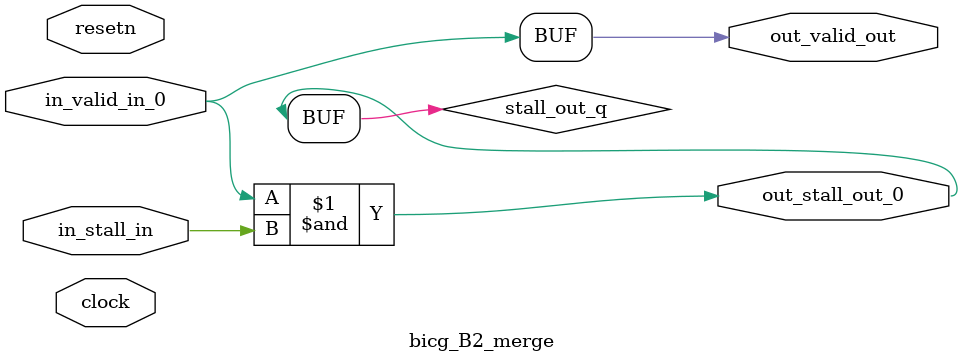
<source format=sv>



(* altera_attribute = "-name AUTO_SHIFT_REGISTER_RECOGNITION OFF; -name MESSAGE_DISABLE 10036; -name MESSAGE_DISABLE 10037; -name MESSAGE_DISABLE 14130; -name MESSAGE_DISABLE 14320; -name MESSAGE_DISABLE 15400; -name MESSAGE_DISABLE 14130; -name MESSAGE_DISABLE 10036; -name MESSAGE_DISABLE 12020; -name MESSAGE_DISABLE 12030; -name MESSAGE_DISABLE 12010; -name MESSAGE_DISABLE 12110; -name MESSAGE_DISABLE 14320; -name MESSAGE_DISABLE 13410; -name MESSAGE_DISABLE 113007; -name MESSAGE_DISABLE 10958" *)
module bicg_B2_merge (
    input wire [0:0] in_stall_in,
    input wire [0:0] in_valid_in_0,
    output wire [0:0] out_stall_out_0,
    output wire [0:0] out_valid_out,
    input wire clock,
    input wire resetn
    );

    wire [0:0] stall_out_q;


    // stall_out(LOGICAL,6)
    assign stall_out_q = in_valid_in_0 & in_stall_in;

    // out_stall_out_0(GPOUT,4)
    assign out_stall_out_0 = stall_out_q;

    // out_valid_out(GPOUT,5)
    assign out_valid_out = in_valid_in_0;

endmodule

</source>
